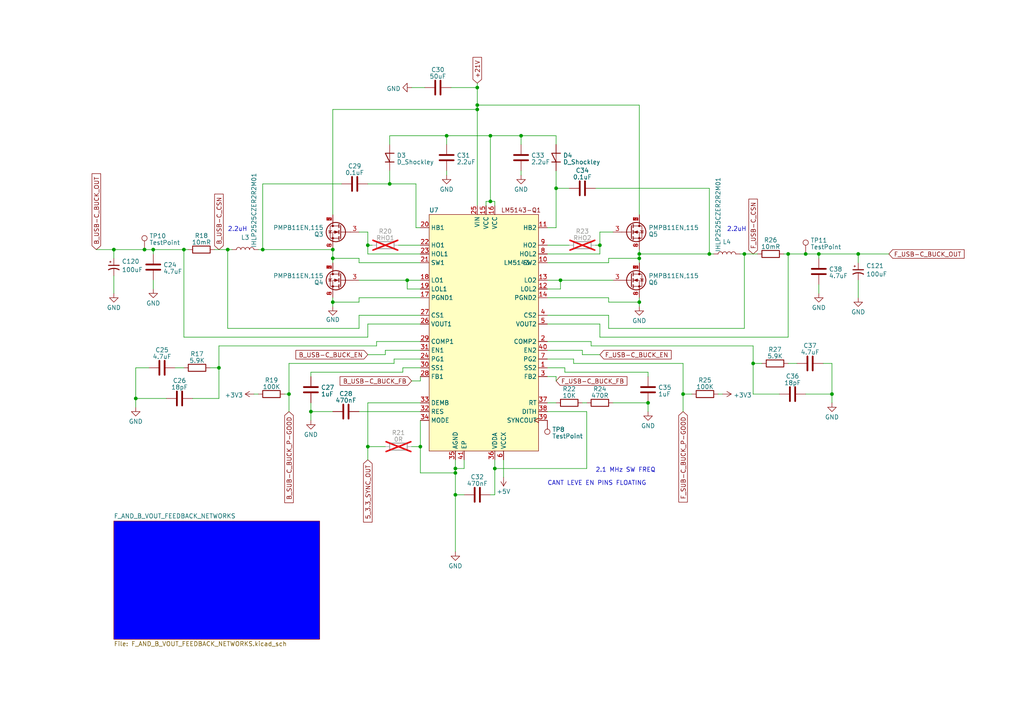
<source format=kicad_sch>
(kicad_sch (version 20231120) (generator "eeschema") (generator_version "8.0")
  (paper "A4")
  (title_block (title "200W USB PD 3.1 HUB") (date "2023-10-03") (rev "A") (company "MICK MAKE") (comment 1 "THIS IS A 2X 100W USB PD SOURCE ") (comment 2 "HUB USB SPEC 3.1") (comment 3 "TOTAL SYSTEM POWER IS ~275w"))
  (lib_symbols
    (symbol "CARTHING:LM5143-Q1"
      (property "Reference" "U" (at -13.97 31.75 0))
      (symbol "LM5143-Q1_1_1"
        (rectangle (start -15.24 30.48) (end 16.51 -38.1) (fill (type background)))
        (text "LM5143-Q1\n" (at 11.43 31.75 0) (effects (font (size 1.27 1.27))))
        (pin input line (at 19.05 -13.97 180) (length 2.54) (name "SS2") (number "1"))
        (pin power_out line (at 19.05 16.51 180) (length 2.54) (name "SW2") (number "10"))
        (pin power_out line (at 19.05 26.67 180) (length 2.54) (name "HB2") (number "11"))
        (pin output line (at 19.05 8.89 180) (length 2.54) (name "LOL2") (number "12"))
        (pin output line (at 19.05 11.43 180) (length 2.54) (name "LO2") (number "13"))
        (pin power_in line (at 19.05 6.35 180) (length 2.54) (name "PGND2") (number "14"))
        (pin power_in line (at 1.27 33.02 270) (length 2.54) (name "VCC") (number "15"))
        (pin power_in line (at 3.81 33.02 270) (length 2.54) (name "VCC") (number "16"))
        (pin power_in line (at -17.78 6.35 0) (length 2.54) (name "PGND1") (number "17"))
        (pin output line (at -17.78 11.43 0) (length 2.54) (name "LO1") (number "18"))
        (pin output line (at -17.78 8.89 0) (length 2.54) (name "LOL1") (number "19"))
        (pin output line (at 19.05 -6.35 180) (length 2.54) (name "COMP2") (number "2"))
        (pin power_out line (at -17.78 26.67 0) (length 2.54) (name "HB1") (number "20"))
        (pin power_out line (at -17.78 16.51 0) (length 2.54) (name "SW1") (number "21"))
        (pin output line (at -17.78 21.59 0) (length 2.54) (name "HO1") (number "22"))
        (pin output line (at -17.78 19.05 0) (length 2.54) (name "HOL1") (number "23"))
        (pin output line (at -17.78 -11.43 0) (length 2.54) (name "PG1") (number "24"))
        (pin power_in line (at -1.27 33.02 270) (length 2.54) (name "VIN") (number "25"))
        (pin power_out line (at -17.78 -1.27 0) (length 2.54) (name "VOUT1") (number "26"))
        (pin input line (at -17.78 1.27 0) (length 2.54) (name "CS1") (number "27"))
        (pin input line (at -17.78 -16.51 0) (length 2.54) (name "FB1") (number "28"))
        (pin output line (at -17.78 -6.35 0) (length 2.54) (name "COMP1") (number "29"))
        (pin input line (at 19.05 -16.51 180) (length 2.54) (name "FB2") (number "3"))
        (pin input line (at -17.78 -13.97 0) (length 2.54) (name "SS1") (number "30"))
        (pin input line (at -17.78 -8.89 0) (length 2.54) (name "EN1") (number "31"))
        (pin output line (at -17.78 -26.67 0) (length 2.54) (name "RES") (number "32"))
        (pin input line (at -17.78 -24.13 0) (length 2.54) (name "DEMB") (number "33"))
        (pin input line (at -17.78 -29.21 0) (length 2.54) (name "MODE") (number "34"))
        (pin power_in line (at -7.62 -40.64 90) (length 2.54) (name "AGND") (number "35"))
        (pin output line (at 3.81 -40.64 90) (length 2.54) (name "VDDA") (number "36"))
        (pin input line (at 19.05 -24.13 180) (length 2.54) (name "RT") (number "37"))
        (pin input line (at 19.05 -26.67 180) (length 2.54) (name "DITH") (number "38"))
        (pin output clock (at 19.05 -29.21 180) (length 2.54) (name "SYNCOUT") (number "39"))
        (pin input line (at 19.05 1.27 180) (length 2.54) (name "CS2") (number "4"))
        (pin input line (at 19.05 -8.89 180) (length 2.54) (name "EN2") (number "40"))
        (pin power_out line (at -5.08 -40.64 90) (length 2.54) (name "EP") (number "41"))
        (pin input line (at 19.05 -1.27 180) (length 2.54) (name "VOUT2") (number "5"))
        (pin power_in line (at 6.35 -40.64 90) (length 2.54) (name "VCCX") (number "6"))
        (pin output line (at 19.05 -11.43 180) (length 2.54) (name "PG2") (number "7"))
        (pin output line (at 19.05 19.05 180) (length 2.54) (name "HOL2") (number "8"))
        (pin output line (at 19.05 21.59 180) (length 2.54) (name "HO2") (number "9"))
      )
    )
    (symbol "Connector:TestPoint" (pin_numbers hide) (pin_names (offset 0.762) hide)
      (property "Reference" "TP" (at 0 6.858 0))
      (property "Value" "TestPoint" (at 0 5.08 0))
      (symbol "TestPoint_0_1"
        (circle (center 0 3.302) (radius 0.762))
      )
      (symbol "TestPoint_1_1"
        (pin passive line (at 0 0 90) (length 2.54) (name "1") (number "1"))
      )
    )
    (symbol "Device:C" (pin_numbers hide) (pin_names (offset 0.254))
      (property "Reference" "C" (at 0.635 2.54 0))
      (property "Value" "C" (at 0.635 -2.54 0))
      (symbol "C_0_1"
        (polyline (pts (xy -2.032 -0.762) (xy 2.032 -0.762)) (stroke (width 0.508)))
        (polyline (pts (xy -2.032 0.762) (xy 2.032 0.762)) (stroke (width 0.508)))
      )
      (symbol "C_1_1"
        (pin passive line (at 0 3.81 270) (length 2.794) (name "~") (number "1"))
        (pin passive line (at 0 -3.81 90) (length 2.794) (name "~") (number "2"))
      )
    )
    (symbol "Device:C_Polarized_Small_US" (pin_numbers hide) (pin_names (offset 0.254) hide)
      (property "Reference" "C" (at 0.254 1.778 0))
      (property "Value" "C_Polarized_Small_US" (at 0.254 -2.032 0))
      (symbol "C_Polarized_Small_US_0_1"
        (polyline (pts (xy -1.524 0.508) (xy 1.524 0.508)) (stroke (width 0.3048)))
        (polyline (pts (xy -1.27 1.524) (xy -0.762 1.524)))
        (polyline (pts (xy -1.016 1.27) (xy -1.016 1.778)))
        (arc (start 1.524 -0.762) (mid 0 -0.3734) (end -1.524 -0.762) (stroke (width 0.3048)))
      )
      (symbol "C_Polarized_Small_US_1_1"
        (pin passive line (at 0 2.54 270) (length 2.032) (name "~") (number "1"))
        (pin passive line (at 0 -2.54 90) (length 2.032) (name "~") (number "2"))
      )
    )
    (symbol "Device:D_Shockley" (pin_numbers hide) (pin_names (offset 1.016) hide)
      (property "Reference" "D" (at 0 2.54 0))
      (property "Value" "D_Shockley" (at 0 -2.54 0))
      (symbol "D_Shockley_0_1"
        (polyline (pts (xy -1.27 0) (xy 1.27 0)))
        (polyline (pts (xy -1.27 1.27) (xy -1.27 -1.27)) (stroke (width 0.254)))
        (polyline (pts (xy -1.27 0) (xy 1.27 1.27) (xy 1.27 -1.27)) (stroke (width 0.254)))
      )
      (symbol "D_Shockley_1_1"
        (pin passive line (at -3.81 0 0) (length 2.54) (name "K") (number "1"))
        (pin passive line (at 3.81 0 180) (length 2.54) (name "A") (number "2"))
      )
    )
    (symbol "Device:L" (pin_numbers hide) (pin_names (offset 1.016) hide)
      (property "Reference" "L" (at -1.27 0 90))
      (property "Value" "L" (at 1.905 0 90))
      (symbol "L_0_1"
        (arc (start 0 -2.54) (mid 0.6323 -1.905) (end 0 -1.27))
        (arc (start 0 -1.27) (mid 0.6323 -0.635) (end 0 0))
        (arc (start 0 0) (mid 0.6323 0.635) (end 0 1.27))
        (arc (start 0 1.27) (mid 0.6323 1.905) (end 0 2.54))
      )
      (symbol "L_1_1"
        (pin passive line (at 0 3.81 270) (length 1.27) (name "1") (number "1"))
        (pin passive line (at 0 -3.81 90) (length 1.27) (name "2") (number "2"))
      )
    )
    (symbol "Device:R" (pin_numbers hide) (pin_names (offset 0))
      (property "Reference" "R" (at 2.032 0 90))
      (property "Value" "R" (at 0 0 90))
      (symbol "R_0_1"
        (rectangle (start -1.016 -2.54) (end 1.016 2.54) (stroke (width 0.254)))
      )
      (symbol "R_1_1"
        (pin passive line (at 0 3.81 270) (length 1.27) (name "~") (number "1"))
        (pin passive line (at 0 -3.81 90) (length 1.27) (name "~") (number "2"))
      )
    )
    (symbol "Q_NMOS_GDS_1" (pin_names (offset 0) hide)
      (property "Reference" "Q3" (at 5.2069 -0.6437 0))
      (property "Value" "PMPB11EN,115" (at 5.2069 1.2773 0))
      (symbol "Q_NMOS_GDS_1_0_1"
        (polyline (pts (xy 0.254 0) (xy -2.54 0)))
        (polyline (pts (xy 0.254 1.905) (xy 0.254 -1.905)) (stroke (width 0.254)))
        (polyline (pts (xy 0.762 -1.27) (xy 0.762 -2.286)) (stroke (width 0.254)))
        (polyline (pts (xy 0.762 0.508) (xy 0.762 -0.508)) (stroke (width 0.254)))
        (polyline (pts (xy 0.762 2.286) (xy 0.762 1.27)) (stroke (width 0.254)))
        (polyline (pts (xy 2.54 2.54) (xy 2.54 1.778)))
        (polyline (pts (xy 2.54 -2.54) (xy 2.54 0) (xy 0.762 0)))
        (polyline (pts (xy 0.762 -1.778) (xy 3.302 -1.778) (xy 3.302 1.778) (xy 0.762 1.778)))
        (polyline (pts (xy 1.016 0) (xy 2.032 0.381) (xy 2.032 -0.381) (xy 1.016 0)) (fill (type outline)))
        (polyline (pts (xy 2.794 0.508) (xy 2.921 0.381) (xy 3.683 0.381) (xy 3.81 0.254)))
        (polyline (pts (xy 3.302 0.381) (xy 2.921 -0.254) (xy 3.683 -0.254) (xy 3.302 0.381)))
        (circle (center 1.651 0) (radius 2.794) (stroke (width 0.254)))
        (circle (center 2.54 -1.778) (radius 0.254) (fill (type outline)))
        (circle (center 2.54 1.778) (radius 0.254) (fill (type outline)))
      )
      (symbol "Q_NMOS_GDS_1_1_1"
        (pin passive line (at 2.54 5.08 270) (length 2.54) (name "D") (number "1"))
        (pin passive line (at 2.54 5.08 270) (length 2.54) (name "D") (number "2"))
        (pin input line (at -5.08 0 0) (length 2.54) (name "G") (number "3"))
        (pin passive line (at 2.54 -5.08 90) (length 2.54) (name "S") (number "4"))
        (pin passive line (at 2.54 5.08 270) (length 2.54) (name "D") (number "5"))
        (pin passive line (at 2.54 5.08 270) (length 2.54) (name "D") (number "6"))
        (pin passive line (at 2.54 5.08 270) (length 2.54) (name "D") (number "7"))
        (pin passive line (at 2.54 -5.08 90) (length 2.54) (name "S") (number "8"))
      )
    )
    (symbol "power:+3V3" (power) (pin_names (offset 0))
      (property "Value" "+3V3" (at 0 3.556 0))
      (symbol "+3V3_0_1"
        (polyline (pts (xy -0.762 1.27) (xy 0 2.54)))
        (polyline (pts (xy 0 0) (xy 0 2.54)))
        (polyline (pts (xy 0 2.54) (xy 0.762 1.27)))
      )
      (symbol "+3V3_1_1"
        (pin power_in line (at 0 0 90) (length 0) hide (name "+3V3") (number "1"))
      )
    )
    (symbol "power:+5V" (power) (pin_names (offset 0))
      (property "Value" "+5V" (at 0 3.556 0))
      (symbol "+5V_0_1"
        (polyline (pts (xy -0.762 1.27) (xy 0 2.54)))
        (polyline (pts (xy 0 0) (xy 0 2.54)))
        (polyline (pts (xy 0 2.54) (xy 0.762 1.27)))
      )
      (symbol "+5V_1_1"
        (pin power_in line (at 0 0 90) (length 0) hide (name "+5V") (number "1"))
      )
    )
    (symbol "power:GND" (power) (pin_names (offset 0))
      (property "Value" "GND" (at 0 -3.81 0))
      (symbol "GND_0_1"
        (polyline (pts (xy 0 0) (xy 0 -1.27) (xy 1.27 -1.27) (xy 0 -2.54) (xy -1.27 -1.27) (xy 0 -1.27)))
      )
      (symbol "GND_1_1"
        (pin power_in line (at 0 0 270) (length 0) hide (name "GND") (number "1"))
      )
    )
  )
  (junction (at 187.96 116.84))
  (junction (at 132.08 143.51))
  (junction (at 96.52 87.63))
  (junction (at 142.24 58.42))
  (junction (at 129.54 39.37))
  (junction (at 132.08 137.16))
  (junction (at 113.03 53.34))
  (junction (at 90.17 119.38))
  (junction (at 218.44 105.41))
  (junction (at 228.6 73.66))
  (junction (at 121.92 129.54))
  (junction (at 151.13 39.37))
  (junction (at 39.37 115.57))
  (junction (at 76.2 72.39))
  (junction (at 205.74 73.66))
  (junction (at 237.49 73.66))
  (junction (at 173.99 71.12))
  (junction (at 96.52 72.39))
  (junction (at 66.04 72.39))
  (junction (at 83.82 114.3))
  (junction (at 142.24 39.37))
  (junction (at 198.12 114.3))
  (junction (at 248.92 73.66))
  (junction (at 41.91 72.39))
  (junction (at 215.9 73.66))
  (junction (at 138.43 30.48))
  (junction (at 118.11 81.28))
  (junction (at 162.56 81.28))
  (junction (at 185.42 87.63))
  (junction (at 161.29 54.61))
  (junction (at 143.51 135.89))
  (junction (at 185.42 73.66))
  (junction (at 138.43 31.75))
  (junction (at 63.5 106.68))
  (junction (at 53.34 72.39))
  (junction (at 132.08 135.89))
  (junction (at 106.68 129.54))
  (junction (at 138.43 25.4))
  (junction (at 233.68 73.66))
  (junction (at 241.3 114.3))
  (junction (at 44.45 72.39))
  (junction (at 33.02 72.39))
  (junction (at 106.68 71.12))
  (junction (at 185.42 74.93))
  (junction (at 96.52 74.93))
  (wire (pts (xy 50.8 106.68) (xy 53.34 106.68)))
  (wire (pts (xy 248.92 81.28) (xy 248.92 86.36)))
  (wire (pts (xy 113.03 53.34) (xy 120.65 53.34)))
  (wire (pts (xy 90.17 119.38) (xy 96.52 119.38)))
  (wire (pts (xy 104.14 74.93) (xy 96.52 74.93)))
  (wire (pts (xy 185.42 86.36) (xy 185.42 87.63)))
  (wire (pts (xy 114.3 104.14) (xy 114.3 105.41)))
  (wire (pts (xy 237.49 82.55) (xy 237.49 85.09)))
  (wire (pts (xy 166.37 105.41) (xy 198.12 105.41)))
  (wire (pts (xy 238.76 105.41) (xy 241.3 105.41)))
  (wire (pts (xy 106.68 53.34) (xy 113.03 53.34)))
  (wire (pts (xy 90.17 107.95) (xy 116.84 107.95)))
  (wire (pts (xy 76.2 72.39) (xy 96.52 72.39)))
  (wire (pts (xy 173.99 71.12) (xy 173.99 67.31)))
  (wire (pts (xy 82.55 114.3) (xy 83.82 114.3)))
  (wire (pts (xy 121.92 83.82) (xy 118.11 83.82)))
  (wire (pts (xy 90.17 107.95) (xy 90.17 109.22)))
  (wire (pts (xy 142.24 39.37) (xy 142.24 58.42)))
  (wire (pts (xy 106.68 102.87) (xy 111.76 102.87)))
  (wire (pts (xy 176.53 95.25) (xy 215.9 95.25)))
  (wire (pts (xy 228.6 105.41) (xy 231.14 105.41)))
  (wire (pts (xy 111.76 101.6) (xy 111.76 102.87)))
  (wire (pts (xy 142.24 58.42) (xy 143.51 58.42)))
  (wire (pts (xy 143.51 143.51) (xy 142.24 143.51)))
  (wire (pts (xy 166.37 104.14) (xy 166.37 105.41)))
  (wire (pts (xy 158.75 73.66) (xy 173.99 73.66)))
  (wire (pts (xy 161.29 54.61) (xy 161.29 66.04)))
  (wire (pts (xy 158.75 101.6) (xy 168.91 101.6)))
  (wire (pts (xy 113.03 49.53) (xy 113.03 53.34)))
  (wire (pts (xy 158.75 93.98) (xy 173.99 93.98)))
  (wire (pts (xy 185.42 87.63) (xy 185.42 88.9)))
  (wire (pts (xy 142.24 39.37) (xy 129.54 39.37)))
  (wire (pts (xy 185.42 74.93) (xy 185.42 76.2)))
  (wire (pts (xy 113.03 39.37) (xy 129.54 39.37)))
  (wire (pts (xy 63.5 106.68) (xy 63.5 115.57)))
  (wire (pts (xy 140.97 58.42) (xy 142.24 58.42)))
  (wire (pts (xy 33.02 72.39) (xy 33.02 74.93)))
  (wire (pts (xy 158.75 116.84) (xy 161.29 116.84)))
  (wire (pts (xy 198.12 114.3) (xy 200.66 114.3)))
  (wire (pts (xy 163.83 107.95) (xy 187.96 107.95)))
  (wire (pts (xy 83.82 105.41) (xy 114.3 105.41)))
  (wire (pts (xy 96.52 31.75) (xy 96.52 62.23)))
  (wire (pts (xy 171.45 99.06) (xy 171.45 100.33)))
  (wire (pts (xy 129.54 39.37) (xy 129.54 41.91)))
  (wire (pts (xy 172.72 54.61) (xy 205.74 54.61)))
  (wire (pts (xy 109.22 99.06) (xy 109.22 100.33)))
  (wire (pts (xy 248.92 73.66) (xy 248.92 76.2)))
  (wire (pts (xy 158.75 71.12) (xy 165.1 71.12)))
  (wire (pts (xy 161.29 109.22) (xy 161.29 110.49)))
  (wire (pts (xy 132.08 143.51) (xy 134.62 143.51)))
  (wire (pts (xy 158.75 99.06) (xy 171.45 99.06)))
  (wire (pts (xy 44.45 81.28) (xy 44.45 83.82)))
  (wire (pts (xy 151.13 39.37) (xy 151.13 41.91)))
  (wire (pts (xy 161.29 39.37) (xy 151.13 39.37)))
  (wire (pts (xy 143.51 58.42) (xy 143.51 59.69)))
  (wire (pts (xy 177.8 116.84) (xy 187.96 116.84)))
  (wire (pts (xy 158.75 91.44) (xy 176.53 91.44)))
  (wire (pts (xy 138.43 30.48) (xy 185.42 30.48)))
  (wire (pts (xy 162.56 83.82) (xy 162.56 81.28)))
  (wire (pts (xy 129.54 49.53) (xy 129.54 50.8)))
  (wire (pts (xy 73.66 114.3) (xy 74.93 114.3)))
  (wire (pts (xy 140.97 59.69) (xy 140.97 58.42)))
  (wire (pts (xy 198.12 105.41) (xy 198.12 114.3)))
  (wire (pts (xy 39.37 106.68) (xy 39.37 115.57)))
  (wire (pts (xy 43.18 106.68) (xy 39.37 106.68)))
  (wire (pts (xy 104.14 81.28) (xy 118.11 81.28)))
  (wire (pts (xy 113.03 39.37) (xy 113.03 41.91)))
  (wire (pts (xy 90.17 116.84) (xy 90.17 119.38)))
  (wire (pts (xy 187.96 107.95) (xy 187.96 109.22)))
  (wire (pts (xy 96.52 87.63) (xy 96.52 88.9)))
  (wire (pts (xy 106.68 129.54) (xy 111.76 129.54)))
  (wire (pts (xy 121.92 110.49) (xy 121.92 109.22)))
  (wire (pts (xy 120.65 53.34) (xy 120.65 66.04)))
  (wire (pts (xy 198.12 114.3) (xy 198.12 119.38)))
  (wire (pts (xy 121.92 137.16) (xy 132.08 137.16)))
  (wire (pts (xy 134.62 135.89) (xy 132.08 135.89)))
  (wire (pts (xy 170.18 119.38) (xy 170.18 135.89)))
  (wire (pts (xy 176.53 76.2) (xy 176.53 74.93)))
  (wire (pts (xy 168.91 102.87) (xy 173.99 102.87)))
  (wire (pts (xy 158.75 83.82) (xy 162.56 83.82)))
  (wire (pts (xy 158.75 109.22) (xy 161.29 109.22)))
  (wire (pts (xy 176.53 91.44) (xy 176.53 95.25)))
  (wire (pts (xy 116.84 106.68) (xy 116.84 107.95)))
  (wire (pts (xy 60.96 106.68) (xy 63.5 106.68)))
  (wire (pts (xy 119.38 110.49) (xy 121.92 110.49)))
  (wire (pts (xy 214.63 73.66) (xy 215.9 73.66)))
  (wire (pts (xy 158.75 81.28) (xy 162.56 81.28)))
  (wire (pts (xy 106.68 116.84) (xy 106.68 129.54)))
  (wire (pts (xy 248.92 73.66) (xy 257.81 73.66)))
  (wire (pts (xy 138.43 25.4) (xy 138.43 30.48)))
  (wire (pts (xy 120.65 66.04) (xy 121.92 66.04)))
  (wire (pts (xy 121.92 106.68) (xy 116.84 106.68)))
  (wire (pts (xy 138.43 24.13) (xy 138.43 25.4)))
  (wire (pts (xy 118.11 81.28) (xy 121.92 81.28)))
  (wire (pts (xy 119.38 25.4) (xy 123.19 25.4)))
  (wire (pts (xy 146.05 133.35) (xy 146.05 138.43)))
  (wire (pts (xy 90.17 119.38) (xy 90.17 121.92)))
  (wire (pts (xy 132.08 143.51) (xy 132.08 160.02)))
  (wire (pts (xy 161.29 54.61) (xy 165.1 54.61)))
  (wire (pts (xy 185.42 30.48) (xy 185.42 62.23)))
  (wire (pts (xy 132.08 135.89) (xy 132.08 137.16)))
  (wire (pts (xy 121.92 91.44) (xy 104.14 91.44)))
  (wire (pts (xy 63.5 100.33) (xy 63.5 106.68)))
  (wire (pts (xy 104.14 86.36) (xy 121.92 86.36)))
  (wire (pts (xy 176.53 86.36) (xy 176.53 87.63)))
  (wire (pts (xy 171.45 100.33) (xy 218.44 100.33)))
  (wire (pts (xy 106.68 73.66) (xy 106.68 71.12)))
  (wire (pts (xy 237.49 73.66) (xy 248.92 73.66)))
  (wire (pts (xy 76.2 53.34) (xy 76.2 72.39)))
  (wire (pts (xy 158.75 104.14) (xy 166.37 104.14)))
  (wire (pts (xy 237.49 73.66) (xy 237.49 74.93)))
  (wire (pts (xy 63.5 100.33) (xy 109.22 100.33)))
  (wire (pts (xy 172.72 71.12) (xy 173.99 71.12)))
  (wire (pts (xy 241.3 114.3) (xy 241.3 116.84)))
  (wire (pts (xy 132.08 133.35) (xy 132.08 135.89)))
  (wire (pts (xy 208.28 114.3) (xy 209.55 114.3)))
  (wire (pts (xy 106.68 71.12) (xy 107.95 71.12)))
  (wire (pts (xy 53.34 72.39) (xy 44.45 72.39)))
  (wire (pts (xy 33.02 80.01) (xy 33.02 85.09)))
  (wire (pts (xy 173.99 67.31) (xy 177.8 67.31)))
  (wire (pts (xy 106.68 97.79) (xy 53.34 97.79)))
  (wire (pts (xy 39.37 115.57) (xy 48.26 115.57)))
  (wire (pts (xy 121.92 129.54) (xy 121.92 137.16)))
  (wire (pts (xy 96.52 74.93) (xy 96.52 76.2)))
  (wire (pts (xy 104.14 86.36) (xy 104.14 87.63)))
  (wire (pts (xy 104.14 119.38) (xy 121.92 119.38)))
  (wire (pts (xy 83.82 114.3) (xy 83.82 119.38)))
  (wire (pts (xy 66.04 72.39) (xy 67.31 72.39)))
  (wire (pts (xy 41.91 72.39) (xy 44.45 72.39)))
  (wire (pts (xy 215.9 73.66) (xy 219.71 73.66)))
  (wire (pts (xy 151.13 39.37) (xy 142.24 39.37)))
  (wire (pts (xy 104.14 91.44) (xy 104.14 95.25)))
  (wire (pts (xy 62.23 72.39) (xy 66.04 72.39)))
  (wire (pts (xy 168.91 101.6) (xy 168.91 102.87)))
  (wire (pts (xy 121.92 101.6) (xy 111.76 101.6)))
  (wire (pts (xy 106.68 67.31) (xy 104.14 67.31)))
  (wire (pts (xy 104.14 76.2) (xy 104.14 74.93)))
  (wire (pts (xy 138.43 31.75) (xy 138.43 59.69)))
  (wire (pts (xy 226.06 114.3) (xy 218.44 114.3)))
  (wire (pts (xy 205.74 73.66) (xy 207.01 73.66)))
  (wire (pts (xy 176.53 74.93) (xy 185.42 74.93)))
  (wire (pts (xy 96.52 72.39) (xy 96.52 74.93)))
  (wire (pts (xy 121.92 76.2) (xy 104.14 76.2)))
  (wire (pts (xy 173.99 73.66) (xy 173.99 71.12)))
  (wire (pts (xy 161.29 41.91) (xy 161.29 39.37)))
  (wire (pts (xy 106.68 116.84) (xy 121.92 116.84)))
  (wire (pts (xy 121.92 104.14) (xy 114.3 104.14)))
  (wire (pts (xy 218.44 105.41) (xy 220.98 105.41)))
  (wire (pts (xy 121.92 121.92) (xy 121.92 129.54)))
  (wire (pts (xy 53.34 97.79) (xy 53.34 72.39)))
  (wire (pts (xy 115.57 71.12) (xy 121.92 71.12)))
  (wire (pts (xy 227.33 73.66) (xy 228.6 73.66)))
  (wire (pts (xy 63.5 115.57) (xy 55.88 115.57)))
  (wire (pts (xy 173.99 93.98) (xy 173.99 97.79)))
  (wire (pts (xy 162.56 81.28) (xy 177.8 81.28)))
  (wire (pts (xy 27.94 72.39) (xy 33.02 72.39)))
  (wire (pts (xy 228.6 73.66) (xy 233.68 73.66)))
  (wire (pts (xy 66.04 72.39) (xy 66.04 95.25)))
  (wire (pts (xy 185.42 73.66) (xy 185.42 74.93)))
  (wire (pts (xy 158.75 119.38) (xy 170.18 119.38)))
  (wire (pts (xy 104.14 87.63) (xy 96.52 87.63)))
  (wire (pts (xy 233.68 73.66) (xy 237.49 73.66)))
  (wire (pts (xy 106.68 129.54) (xy 106.68 133.35)))
  (wire (pts (xy 83.82 105.41) (xy 83.82 114.3)))
  (wire (pts (xy 39.37 115.57) (xy 39.37 118.11)))
  (wire (pts (xy 143.51 135.89) (xy 143.51 143.51)))
  (wire (pts (xy 185.42 72.39) (xy 185.42 73.66)))
  (wire (pts (xy 241.3 105.41) (xy 241.3 114.3)))
  (wire (pts (xy 168.91 116.84) (xy 170.18 116.84)))
  (wire (pts (xy 187.96 116.84) (xy 187.96 119.38)))
  (wire (pts (xy 163.83 106.68) (xy 163.83 107.95)))
  (wire (pts (xy 158.75 86.36) (xy 176.53 86.36)))
  (wire (pts (xy 33.02 72.39) (xy 41.91 72.39)))
  (wire (pts (xy 118.11 83.82) (xy 118.11 81.28)))
  (wire (pts (xy 185.42 73.66) (xy 205.74 73.66)))
  (wire (pts (xy 161.29 66.04) (xy 158.75 66.04)))
  (wire (pts (xy 176.53 87.63) (xy 185.42 87.63)))
  (wire (pts (xy 158.75 106.68) (xy 163.83 106.68)))
  (wire (pts (xy 119.38 129.54) (xy 121.92 129.54)))
  (wire (pts (xy 143.51 133.35) (xy 143.51 135.89)))
  (wire (pts (xy 106.68 93.98) (xy 106.68 97.79)))
  (wire (pts (xy 104.14 95.25) (xy 66.04 95.25)))
  (wire (pts (xy 132.08 137.16) (xy 132.08 143.51)))
  (wire (pts (xy 54.61 72.39) (xy 53.34 72.39)))
  (wire (pts (xy 205.74 54.61) (xy 205.74 73.66)))
  (wire (pts (xy 138.43 30.48) (xy 138.43 31.75)))
  (wire (pts (xy 215.9 95.25) (xy 215.9 73.66)))
  (wire (pts (xy 134.62 133.35) (xy 134.62 135.89)))
  (wire (pts (xy 173.99 97.79) (xy 228.6 97.79)))
  (wire (pts (xy 99.06 53.34) (xy 76.2 53.34)))
  (wire (pts (xy 158.75 76.2) (xy 176.53 76.2)))
  (wire (pts (xy 143.51 135.89) (xy 170.18 135.89)))
  (wire (pts (xy 96.52 86.36) (xy 96.52 87.63)))
  (wire (pts (xy 130.81 25.4) (xy 138.43 25.4)))
  (wire (pts (xy 138.43 31.75) (xy 96.52 31.75)))
  (wire (pts (xy 218.44 100.33) (xy 218.44 105.41)))
  (wire (pts (xy 233.68 114.3) (xy 241.3 114.3)))
  (wire (pts (xy 106.68 71.12) (xy 106.68 67.31)))
  (wire (pts (xy 44.45 72.39) (xy 44.45 73.66)))
  (wire (pts (xy 228.6 73.66) (xy 228.6 97.79)))
  (wire (pts (xy 161.29 49.53) (xy 161.29 54.61)))
  (wire (pts (xy 109.22 99.06) (xy 121.92 99.06)))
  (wire (pts (xy 151.13 49.53) (xy 151.13 50.8)))
  (wire (pts (xy 121.92 73.66) (xy 106.68 73.66)))
  (wire (pts (xy 121.92 93.98) (xy 106.68 93.98)))
  (wire (pts (xy 218.44 114.3) (xy 218.44 105.41)))
  (wire (pts (xy 74.93 72.39) (xy 76.2 72.39)))
  (text "2.1 MHz SW FREQ\n" (at 172.72 137.16 0) (effects (font (size 1.27 1.27)) (justify left bottom)))
  (text "2.2uH" (at 210.82 67.31 0) (effects (font (size 1.27 1.27)) (justify left bottom)))
  (text "CANT LEVE EN PINS FLOATING\n" (at 158.75 140.97 0) (effects (font (size 1.27 1.27)) (justify left bottom)))
  (text "2.2uH" (at 66.04 67.31 0) (effects (font (size 1.27 1.27)) (justify left bottom)))
  (global_label "+21V" (shape input) (at 138.43 24.13 90) (property "Intersheetrefs" "${INTERSHEET_REFS}" (effects (hide yes))))
  (global_label "F_USB-C_CSN" (shape input) (at 218.44 73.66 90) (property "Intersheetrefs" "${INTERSHEET_REFS}" (effects (hide yes))))
  (global_label "F_USB-C_BUCK_EN" (shape input) (at 173.99 102.87 0) (property "Intersheetrefs" "${INTERSHEET_REFS}" (effects (hide yes))))
  (global_label "B_USB-C_BUCK_EN" (shape input) (at 106.68 102.87 180) (property "Intersheetrefs" "${INTERSHEET_REFS}" (effects (hide yes))))
  (global_label "5_3.3_SYNC_OUT" (shape input) (at 106.68 133.35 270) (property "Intersheetrefs" "${INTERSHEET_REFS}" (effects (hide yes))))
  (global_label "B_USB-C_BUCK_OUT" (shape input) (at 27.94 72.39 90) (property "Intersheetrefs" "${INTERSHEET_REFS}" (effects (hide yes))))
  (global_label "B_SUB-C_BUCK_P-GOOD" (shape input) (at 83.82 119.38 270) (property "Intersheetrefs" "${INTERSHEET_REFS}" (effects (hide yes))))
  (global_label "B_USB-C_CSN" (shape input) (at 63.5 72.39 90) (property "Intersheetrefs" "${INTERSHEET_REFS}" (effects (hide yes))))
  (global_label "F_USB-C_BUCK_FB" (shape input) (at 161.29 110.49 0) (property "Intersheetrefs" "${INTERSHEET_REFS}" (effects (hide yes))))
  (global_label "F_SUB-C_BUCK_P-GOOD" (shape input) (at 198.12 119.38 270) (property "Intersheetrefs" "${INTERSHEET_REFS}" (effects (hide yes))))
  (global_label "B_USB-C_BUCK_FB" (shape input) (at 119.38 110.49 180) (property "Intersheetrefs" "${INTERSHEET_REFS}" (effects (hide yes))))
  (global_label "F_USB-C_BUCK_OUT" (shape input) (at 257.81 73.66 0) (property "Intersheetrefs" "${INTERSHEET_REFS}" (effects (hide yes))))
  (symbol (lib_id "power:GND") (at 96.52 88.9 0) (unit 1)
    (property "Reference" "#PWR029" (effects (hide yes)))
    (property "Value" "GND" (at 96.52 92.71 0))
  )
  (symbol (lib_id "Device:C_Polarized_Small_US") (at 33.02 77.47 0) (unit 1)
    (property "Reference" "C120" (at 35.3314 75.8261 0) (effects (justify left)))
    (property "Value" "100uF" (at 35.3314 78.2503 0) (effects (justify left)))
    (property "Footprint" "Capacitor_SMD:CP_Elec_6.3x7.7" (effects (hide yes)))
  )
  (symbol (lib_id "Device:C") (at 151.13 45.72 0) (unit 1)
    (property "Reference" "C33" (at 154.051 45.0763 0) (effects (justify left)))
    (property "Value" "2.2uF" (at 154.051 46.9973 0) (effects (justify left)))
    (property "Footprint" "Capacitor_SMD:C_0603_1608Metric" (effects (hide yes)))
  )
  (symbol (lib_id "CARTHING:LM5143-Q1") (at 139.7 92.71 0) (unit 1)
    (property "Reference" "U7" (at 124.46 60.96 0) (effects (justify left)))
    (property "Value" "LM5143" (at 149.86 76.2 0))
    (property "Footprint" "CARTHING:LM5143" (effects (hide yes)))
  )
  (symbol (lib_id "Device:D_Shockley") (at 161.29 45.72 90) (unit 1)
    (property "Reference" "D4" (at 163.322 45.0763 90) (effects (justify right)))
    (property "Value" "D_Shockley" (at 163.322 46.9973 90) (effects (justify right)))
    (property "Footprint" "Diode_SMD:D_SOD-523" (effects (hide yes)))
  )
  (symbol (lib_id "Device:R") (at 224.79 105.41 90) (unit 1)
    (property "Reference" "R27" (at 224.79 101.3841 90))
    (property "Value" "5.9K" (at 224.79 103.3051 90))
    (property "Footprint" "Resistor_SMD:R_0603_1608Metric" (effects (hide yes)))
  )
  (symbol (lib_id "Device:R") (at 58.42 72.39 90) (unit 1)
    (property "Reference" "R18" (at 58.42 68.3641 90))
    (property "Value" "10mR" (at 58.42 70.2851 90))
    (property "Footprint" "Resistor_SMD:R_1206_3216Metric" (effects (hide yes)))
  )
  (symbol (lib_id "Device:R") (at 115.57 129.54 90) (unit 1) (dnp yes)
    (property "Reference" "R21" (at 115.57 125.5141 90))
    (property "Value" "0R" (at 115.57 127.4351 90))
    (property "Footprint" "Resistor_SMD:R_0603_1608Metric" (effects (hide yes)))
  )
  (symbol (lib_id "power:GND") (at 39.37 118.11 0) (unit 1)
    (property "Reference" "#PWR025" (effects (hide yes)))
    (property "Value" "GND" (at 39.37 122.2455 0))
  )
  (symbol (lib_id "power:+3V3") (at 73.66 114.3 90) (unit 1)
    (property "Reference" "#PWR027" (effects (hide yes)))
    (property "Value" "+3V3" (at 70.485 114.6168 90) (effects (justify left)))
  )
  (symbol (lib_id "Device:R") (at 223.52 73.66 90) (unit 1)
    (property "Reference" "R26" (at 223.52 69.6341 90))
    (property "Value" "10mR" (at 223.52 71.5551 90))
    (property "Footprint" "Resistor_SMD:R_1206_3216Metric" (effects (hide yes)))
  )
  (symbol (lib_id "power:GND") (at 90.17 121.92 0) (unit 1)
    (property "Reference" "#PWR028" (effects (hide yes)))
    (property "Value" "GND" (at 90.17 126.0555 0))
  )
  (symbol (lib_id "Connector:TestPoint") (at 41.91 72.39 0) (unit 1)
    (property "Reference" "TP10" (at 43.307 68.4443 0) (effects (justify left)))
    (property "Value" "TestPoint" (at 43.307 70.3653 0) (effects (justify left)))
    (property "Footprint" "TestPoint:TestPoint_Pad_D1.5mm" (effects (hide yes)))
  )
  (symbol (lib_id "Device:C") (at 138.43 143.51 90) (unit 1)
    (property "Reference" "C32" (at 138.43 138.3411 90))
    (property "Value" "470nF" (at 138.43 140.2621 90))
    (property "Footprint" "Capacitor_SMD:C_0805_2012Metric" (effects (hide yes)))
  )
  (symbol (lib_id "Connector:TestPoint") (at 158.75 121.92 180) (unit 1)
    (property "Reference" "TP8" (at 160.147 124.5783 0) (effects (justify right)))
    (property "Value" "TestPoint" (at 160.147 126.4993 0) (effects (justify right)))
    (property "Footprint" "TestPoint:TestPoint_Pad_D1.0mm" (effects (hide yes)))
  )
  (symbol (lib_id "Device:C_Polarized_Small_US") (at 248.92 78.74 0) (unit 1)
    (property "Reference" "C121" (at 251.2314 77.0961 0) (effects (justify left)))
    (property "Value" "100uF" (at 251.2314 79.5203 0) (effects (justify left)))
    (property "Footprint" "Capacitor_SMD:CP_Elec_6.3x7.7" (effects (hide yes)))
  )
  (symbol (lib_id "Device:R") (at 204.47 114.3 90) (unit 1)
    (property "Reference" "R25" (at 204.47 110.2741 90))
    (property "Value" "100K" (at 204.47 112.1951 90))
    (property "Footprint" "Resistor_SMD:R_0603_1608Metric" (effects (hide yes)))
  )
  (symbol (lib_id "Device:C") (at 237.49 78.74 0) (unit 1)
    (property "Reference" "C38" (at 240.411 78.0963 0) (effects (justify left)))
    (property "Value" "4.7uF" (at 240.411 80.0173 0) (effects (justify left)))
    (property "Footprint" "Capacitor_SMD:C_0603_1608Metric" (effects (hide yes)))
  )
  (symbol (lib_name "Q_NMOS_GDS_1") (lib_id "Device:Q_NMOS_GDS") (at 99.06 67.31 0) (mirror y) (unit 1)
    (property "Reference" "Q3" (at 93.8531 67.9537 0) (effects (justify left)))
    (property "Value" "PMPB11EN,115" (at 93.8531 66.0327 0) (effects (justify left)))
    (property "Footprint" "CARTHING:TRANS_PMPB11EN_115" (effects (hide yes)))
  )
  (symbol (lib_name "Q_NMOS_GDS_1") (lib_id "Device:Q_NMOS_GDS") (at 99.06 81.28 0) (mirror y) (unit 1)
    (property "Reference" "Q4" (at 93.8531 81.9237 0) (effects (justify left)))
    (property "Value" "PMPB11EN,115" (at 93.8531 80.0027 0) (effects (justify left)))
    (property "Footprint" "CARTHING:TRANS_PMPB11EN_115" (effects (hide yes)))
  )
  (symbol (lib_id "Device:C") (at 100.33 119.38 90) (unit 1)
    (property "Reference" "C28" (at 100.33 114.2111 90))
    (property "Value" "470nF" (at 100.33 116.1321 90))
    (property "Footprint" "Capacitor_SMD:C_0805_2012Metric" (effects (hide yes)))
  )
  (symbol (lib_id "Device:C") (at 102.87 53.34 90) (unit 1)
    (property "Reference" "C29" (at 102.87 48.1711 90))
    (property "Value" "0.1uF" (at 102.87 50.0921 90))
    (property "Footprint" "Capacitor_SMD:C_0603_1608Metric" (effects (hide yes)))
  )
  (symbol (lib_id "Device:C") (at 90.17 113.03 180) (unit 1)
    (property "Reference" "C27" (at 93.091 112.3863 0) (effects (justify right)))
    (property "Value" "1uF" (at 93.091 114.3073 0) (effects (justify right)))
    (property "Footprint" "Capacitor_SMD:C_0603_1608Metric" (effects (hide yes)))
  )
  (symbol (lib_id "Device:R") (at 168.91 71.12 90) (unit 1) (dnp yes)
    (property "Reference" "R23" (at 168.91 67.0941 90))
    (property "Value" "RHO2" (at 168.91 69.0151 90))
    (property "Footprint" "Resistor_SMD:R_0603_1608Metric" (effects (hide yes)))
  )
  (symbol (lib_id "Device:R") (at 111.76 71.12 90) (unit 1) (dnp yes)
    (property "Reference" "R20" (at 111.76 67.0941 90))
    (property "Value" "RHO1" (at 111.76 69.0151 90))
    (property "Footprint" "Resistor_SMD:R_0603_1608Metric" (effects (hide yes)))
  )
  (symbol (lib_id "power:GND") (at 132.08 160.02 0) (unit 1)
    (property "Reference" "#PWR032" (effects (hide yes)))
    (property "Value" "GND" (at 132.08 164.1555 0))
  )
  (symbol (lib_id "Device:C") (at 234.95 105.41 90) (unit 1)
    (property "Reference" "C37" (at 234.95 100.2411 90))
    (property "Value" "4.7uF" (at 234.95 102.1621 90))
    (property "Footprint" "Capacitor_SMD:C_0603_1608Metric" (effects (hide yes)))
  )
  (symbol (lib_id "Device:R") (at 165.1 116.84 90) (unit 1)
    (property "Reference" "R22" (at 165.1 112.8141 90))
    (property "Value" "10K" (at 165.1 114.7351 90))
    (property "Footprint" "Resistor_SMD:R_0603_1608Metric" (effects (hide yes)))
  )
  (symbol (lib_id "Device:C") (at 187.96 113.03 180) (unit 1)
    (property "Reference" "C35" (at 190.881 112.3863 0) (effects (justify right)))
    (property "Value" "1uF" (at 190.881 114.3073 0) (effects (justify right)))
    (property "Footprint" "Capacitor_SMD:C_0603_1608Metric" (effects (hide yes)))
  )
  (symbol (lib_id "power:GND") (at 237.49 85.09 0) (unit 1)
    (property "Reference" "#PWR038" (effects (hide yes)))
    (property "Value" "GND" (at 237.49 89.2255 0))
  )
  (symbol (lib_id "Device:L") (at 210.82 73.66 90) (unit 1)
    (property "Reference" "L4" (at 210.82 70.1447 90))
    (property "Value" "IHLP2525CZER2R2M01" (at 208.28 62.23 0))
    (property "Footprint" "CARTHING:IND25X25CZ" (effects (hide yes)))
  )
  (symbol (lib_id "power:GND") (at 119.38 25.4 270) (unit 1)
    (property "Reference" "#PWR030" (effects (hide yes)))
    (property "Value" "GND" (at 116.2051 25.7168 90) (effects (justify right)))
  )
  (symbol (lib_id "power:GND") (at 44.45 83.82 0) (unit 1)
    (property "Reference" "#PWR026" (effects (hide yes)))
    (property "Value" "GND" (at 44.45 87.9555 0))
  )
  (symbol (lib_id "Device:C") (at 168.91 54.61 90) (unit 1)
    (property "Reference" "C34" (at 168.91 49.4411 90))
    (property "Value" "0.1uF" (at 168.91 51.3621 90))
    (property "Footprint" "Capacitor_SMD:C_0603_1608Metric" (effects (hide yes)))
  )
  (symbol (lib_id "power:+5V") (at 146.05 138.43 180) (unit 1)
    (property "Reference" "#PWR033" (effects (hide yes)))
    (property "Value" "+5V" (at 146.05 142.5655 0))
  )
  (symbol (lib_id "Device:C") (at 52.07 115.57 90) (unit 1)
    (property "Reference" "C26" (at 52.07 110.4011 90))
    (property "Value" "18pF" (at 52.07 112.3221 90))
    (property "Footprint" "Capacitor_SMD:C_0603_1608Metric" (effects (hide yes)))
  )
  (symbol (lib_id "power:GND") (at 151.13 50.8 0) (unit 1)
    (property "Reference" "#PWR034" (effects (hide yes)))
    (property "Value" "GND" (at 151.13 54.9355 0))
  )
  (symbol (lib_id "Connector:TestPoint") (at 233.68 73.66 0) (unit 1)
    (property "Reference" "TP11" (at 235.077 69.7143 0) (effects (justify left)))
    (property "Value" "TestPoint" (at 235.077 71.6353 0) (effects (justify left)))
    (property "Footprint" "TestPoint:TestPoint_Pad_D1.5mm" (effects (hide yes)))
  )
  (symbol (lib_id "Device:R") (at 173.99 116.84 90) (unit 1)
    (property "Reference" "R24" (at 173.99 112.8141 90))
    (property "Value" "470R" (at 173.99 114.7351 90))
    (property "Footprint" "Resistor_SMD:R_0603_1608Metric" (effects (hide yes)))
  )
  (symbol (lib_id "power:GND") (at 33.02 85.09 0) (unit 1)
    (property "Reference" "#PWR0158" (effects (hide yes)))
    (property "Value" "GND" (at 33.02 89.2255 0))
  )
  (symbol (lib_id "Device:C") (at 44.45 77.47 0) (unit 1)
    (property "Reference" "C24" (at 47.371 76.8263 0) (effects (justify left)))
    (property "Value" "4.7uF" (at 47.371 78.7473 0) (effects (justify left)))
    (property "Footprint" "Capacitor_SMD:C_0603_1608Metric" (effects (hide yes)))
  )
  (symbol (lib_name "Q_NMOS_GDS_1") (lib_id "Device:Q_NMOS_GDS") (at 182.88 81.28 0) (unit 1)
    (property "Reference" "Q6" (at 188.0869 81.9237 0) (effects (justify left)))
    (property "Value" "PMPB11EN,115" (at 188.0869 80.0027 0) (effects (justify left)))
    (property "Footprint" "CARTHING:TRANS_PMPB11EN_115" (effects (hide yes)))
  )
  (symbol (lib_id "power:GND") (at 248.92 86.36 0) (unit 1)
    (property "Reference" "#PWR0159" (effects (hide yes)))
    (property "Value" "GND" (at 248.92 90.4955 0))
  )
  (symbol (lib_id "power:GND") (at 187.96 119.38 0) (unit 1)
    (property "Reference" "#PWR036" (effects (hide yes)))
    (property "Value" "GND" (at 187.96 123.5155 0))
  )
  (symbol (lib_id "Device:R") (at 57.15 106.68 90) (unit 1)
    (property "Reference" "R17" (at 57.15 102.6541 90))
    (property "Value" "5.9K" (at 57.15 104.5751 90))
    (property "Footprint" "Resistor_SMD:R_0603_1608Metric" (effects (hide yes)))
  )
  (symbol (lib_id "Device:C") (at 229.87 114.3 90) (unit 1)
    (property "Reference" "C36" (at 229.87 109.1311 90))
    (property "Value" "18pF" (at 229.87 111.0521 90))
    (property "Footprint" "Capacitor_SMD:C_0603_1608Metric" (effects (hide yes)))
  )
  (symbol (lib_id "Device:C") (at 127 25.4 90) (unit 1)
    (property "Reference" "C30" (at 127 20.2311 90))
    (property "Value" "50uF" (at 127 22.1521 90))
    (property "Footprint" "Capacitor_SMD:C_0603_1608Metric" (effects (hide yes)))
  )
  (symbol (lib_id "power:+3V3") (at 209.55 114.3 270) (unit 1)
    (property "Reference" "#PWR037" (effects (hide yes)))
    (property "Value" "+3V3" (at 212.725 114.6168 90) (effects (justify left)))
  )
  (symbol (lib_id "Device:D_Shockley") (at 113.03 45.72 90) (unit 1)
    (property "Reference" "D3" (at 115.062 45.0763 90) (effects (justify right)))
    (property "Value" "D_Shockley" (at 115.062 46.9973 90) (effects (justify right)))
    (property "Footprint" "Diode_SMD:D_SOD-523" (effects (hide yes)))
  )
  (symbol (lib_id "power:GND") (at 241.3 116.84 0) (unit 1)
    (property "Reference" "#PWR039" (effects (hide yes)))
    (property "Value" "GND" (at 241.3 120.9755 0))
  )
  (symbol (lib_id "Device:C") (at 129.54 45.72 0) (unit 1)
    (property "Reference" "C31" (at 132.461 45.0763 0) (effects (justify left)))
    (property "Value" "2.2uF" (at 132.461 46.9973 0) (effects (justify left)))
    (property "Footprint" "Capacitor_SMD:C_0603_1608Metric" (effects (hide yes)))
  )
  (symbol (lib_id "power:GND") (at 185.42 88.9 0) (unit 1)
    (property "Reference" "#PWR035" (effects (hide yes)))
    (property "Value" "GND" (at 185.42 93.0355 0))
  )
  (symbol (lib_id "Device:R") (at 78.74 114.3 90) (unit 1)
    (property "Reference" "R19" (at 78.74 110.2741 90))
    (property "Value" "100K" (at 78.74 112.1951 90))
    (property "Footprint" "Resistor_SMD:R_0603_1608Metric" (effects (hide yes)))
  )
  (symbol (lib_name "Q_NMOS_GDS_1") (lib_id "Device:Q_NMOS_GDS") (at 182.88 67.31 0) (unit 1)
    (property "Reference" "Q5" (at 188.0869 67.9537 0) (effects (justify left)))
    (property "Value" "PMPB11EN,115" (at 188.0869 66.0327 0) (effects (justify left)))
    (property "Footprint" "CARTHING:TRANS_PMPB11EN_115" (effects (hide yes)))
  )
  (symbol (lib_id "Device:L") (at 71.12 72.39 90) (unit 1)
    (property "Reference" "L3" (at 71.12 68.8747 90))
    (property "Value" "IHLP2525CZER2R2M01" (at 73.66 60.96 0))
    (property "Footprint" "CARTHING:IND25X25CZ" (effects (hide yes)))
  )
  (symbol (lib_id "Device:C") (at 46.99 106.68 90) (unit 1)
    (property "Reference" "C25" (at 46.99 101.5111 90))
    (property "Value" "4.7uF" (at 46.99 103.4321 90))
    (property "Footprint" "Capacitor_SMD:C_0603_1608Metric" (effects (hide yes)))
  )
  (symbol (lib_id "power:GND") (at 129.54 50.8 0) (unit 1)
    (property "Reference" "#PWR031" (effects (hide yes)))
    (property "Value" "GND" (at 129.54 54.9355 0))
  )
  (sheet (at 33.02 151.13) (size 59.69 34.29) (stroke (width 0.1524)) (fill (color 0 0 255 1.0000))
    (property "Sheetname" "F_AND_B_VOUT_FEEDBACK_NETWORKS" (at 33.02 150.4184 0) (effects (justify left bottom)))
    (property "Sheetfile" "F_AND_B_VOUT_FEEDBACK_NETWORKS.kicad_sch" (at 33.02 186.0046 0) (effects (justify left top)))
  )
)
</source>
